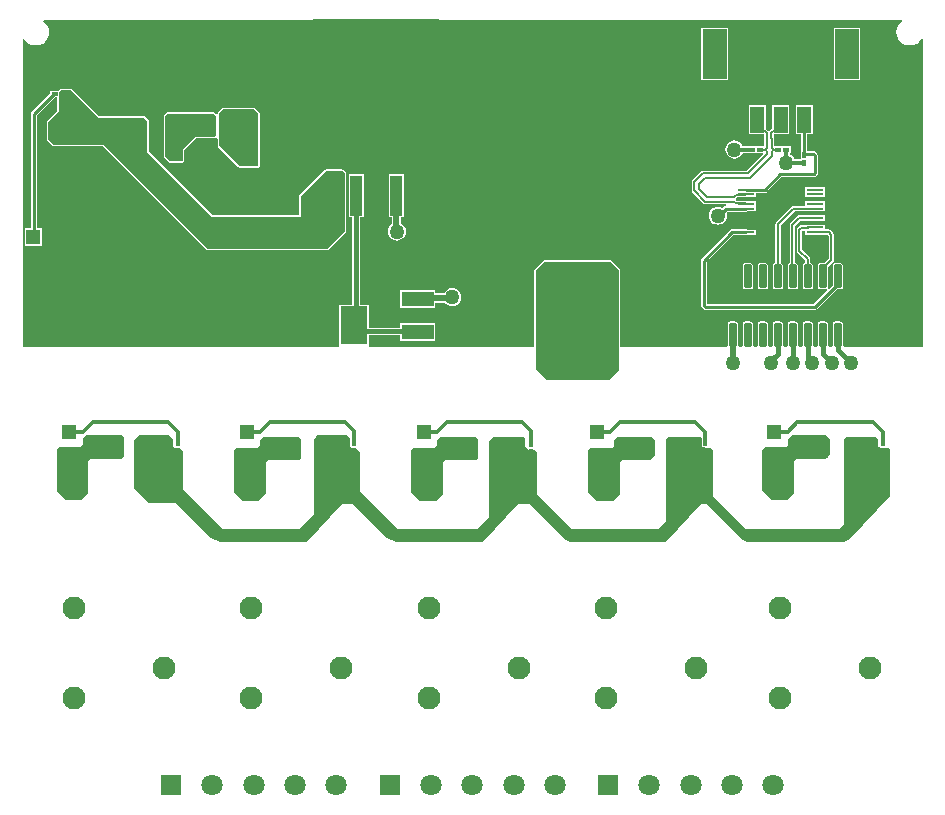
<source format=gtl>
G04*
G04 #@! TF.GenerationSoftware,Altium Limited,Altium Designer,20.0.10 (225)*
G04*
G04 Layer_Physical_Order=1*
G04 Layer_Color=255*
%FSLAX25Y25*%
%MOIN*%
G70*
G01*
G75*
%ADD13C,0.01000*%
%ADD18R,0.04724X0.04724*%
%ADD19R,0.01181X0.01968*%
%ADD20R,0.09843X0.06693*%
%ADD21R,0.10709X0.05118*%
G04:AMPARAMS|DCode=22|XSize=77.56mil|YSize=23.62mil|CornerRadius=2.95mil|HoleSize=0mil|Usage=FLASHONLY|Rotation=270.000|XOffset=0mil|YOffset=0mil|HoleType=Round|Shape=RoundedRectangle|*
%AMROUNDEDRECTD22*
21,1,0.07756,0.01772,0,0,270.0*
21,1,0.07165,0.02362,0,0,270.0*
1,1,0.00591,-0.00886,-0.03583*
1,1,0.00591,-0.00886,0.03583*
1,1,0.00591,0.00886,0.03583*
1,1,0.00591,0.00886,-0.03583*
%
%ADD22ROUNDEDRECTD22*%
%ADD23R,0.05807X0.00787*%
%ADD24R,0.01968X0.01181*%
%ADD25R,0.07874X0.16535*%
%ADD26R,0.04724X0.08661*%
%ADD27R,0.09843X0.29528*%
%ADD28R,0.08858X0.12520*%
%ADD29R,0.03740X0.03347*%
%ADD30R,0.10512X0.10000*%
%ADD31R,0.03000X0.05000*%
%ADD32R,0.02362X0.02362*%
%ADD33R,0.03150X0.02362*%
%ADD34R,0.04921X0.06496*%
%ADD35R,0.04724X0.04724*%
%ADD52R,0.03937X0.13386*%
%ADD53R,0.42126X0.33858*%
%ADD54C,0.00700*%
%ADD55C,0.01500*%
%ADD56C,0.01200*%
%ADD57C,0.00800*%
%ADD58C,0.02000*%
%ADD59R,0.07087X0.07087*%
%ADD60C,0.07087*%
%ADD61C,0.07677*%
%ADD62C,0.06496*%
%ADD63C,0.05000*%
%ADD64C,0.02500*%
G36*
X293753Y280928D02*
X293923Y280429D01*
X293311Y279959D01*
X292600Y279032D01*
X292153Y277953D01*
X292001Y276795D01*
X292153Y275636D01*
X292600Y274557D01*
X293311Y273630D01*
X294238Y272919D01*
X295318Y272472D01*
X296476Y272319D01*
X297634Y272472D01*
X298713Y272919D01*
X299640Y273630D01*
X300352Y274557D01*
X300376Y274616D01*
X300876Y274516D01*
Y171873D01*
X274536D01*
X274137Y172326D01*
Y179491D01*
X274075Y179802D01*
X273900Y180065D01*
X273637Y180241D01*
X273326Y180302D01*
X271555D01*
X271244Y180241D01*
X270981Y180065D01*
X270806Y179802D01*
X270744Y179491D01*
Y172373D01*
X270729Y172310D01*
X270345Y171873D01*
X269536D01*
X269137Y172326D01*
Y179491D01*
X269075Y179802D01*
X268900Y180065D01*
X268637Y180241D01*
X268326Y180302D01*
X266555D01*
X266244Y180241D01*
X265981Y180065D01*
X265806Y179802D01*
X265744Y179491D01*
Y172373D01*
X265729Y172310D01*
X265345Y171873D01*
X264536D01*
X264137Y172326D01*
Y179491D01*
X264075Y179802D01*
X263900Y180065D01*
X263637Y180241D01*
X263326Y180302D01*
X261555D01*
X261244Y180241D01*
X260981Y180065D01*
X260806Y179802D01*
X260744Y179491D01*
Y172373D01*
X260729Y172310D01*
X260345Y171873D01*
X259536D01*
X259137Y172326D01*
Y179491D01*
X259075Y179802D01*
X258900Y180065D01*
X258637Y180241D01*
X258326Y180302D01*
X256555D01*
X256244Y180241D01*
X255981Y180065D01*
X255805Y179802D01*
X255744Y179491D01*
Y172373D01*
X255729Y172310D01*
X255345Y171873D01*
X254536D01*
X254137Y172326D01*
Y179491D01*
X254075Y179802D01*
X253900Y180065D01*
X253637Y180241D01*
X253326Y180302D01*
X251555D01*
X251244Y180241D01*
X250981Y180065D01*
X250805Y179802D01*
X250744Y179491D01*
Y172373D01*
X250729Y172310D01*
X250345Y171873D01*
X249536D01*
X249137Y172326D01*
Y179491D01*
X249075Y179802D01*
X248900Y180065D01*
X248637Y180241D01*
X248326Y180302D01*
X246555D01*
X246244Y180241D01*
X245981Y180065D01*
X245806Y179802D01*
X245744Y179491D01*
Y172373D01*
X245729Y172310D01*
X245345Y171873D01*
X244536D01*
X244137Y172326D01*
Y179491D01*
X244075Y179802D01*
X243900Y180065D01*
X243637Y180241D01*
X243326Y180302D01*
X241555D01*
X241244Y180241D01*
X240981Y180065D01*
X240806Y179802D01*
X240744Y179491D01*
Y172373D01*
X240729Y172310D01*
X240345Y171873D01*
X239536D01*
X239137Y172326D01*
Y179491D01*
X239075Y179802D01*
X238900Y180065D01*
X238637Y180241D01*
X238326Y180302D01*
X236555D01*
X236244Y180241D01*
X235981Y180065D01*
X235806Y179802D01*
X235744Y179491D01*
Y172373D01*
X235729Y172310D01*
X235345Y171873D01*
X199970D01*
Y197464D01*
X199970Y197464D01*
X199811Y197847D01*
X199811Y197847D01*
X197055Y200602D01*
X197055Y200603D01*
X196673Y200761D01*
X196673Y200761D01*
X174626Y200761D01*
X174243Y200603D01*
X171487Y197847D01*
X171487Y197847D01*
X171328Y197464D01*
X171328Y197464D01*
X171328Y171873D01*
X116368D01*
X116169Y172291D01*
X116169Y172373D01*
Y175717D01*
X126547D01*
Y173696D01*
X138255D01*
Y179814D01*
X126547D01*
Y178266D01*
X116169D01*
Y185810D01*
X113183D01*
Y215066D01*
X114377D01*
Y229452D01*
X109441D01*
Y215066D01*
X110635D01*
Y185810D01*
X106310D01*
Y172373D01*
X106111Y171873D01*
X710Y171873D01*
X710Y274581D01*
X1211Y274680D01*
X1262Y274557D01*
X1973Y273630D01*
X2900Y272919D01*
X3979Y272472D01*
X5137Y272319D01*
X6296Y272472D01*
X7375Y272919D01*
X8302Y273630D01*
X9013Y274557D01*
X9460Y275636D01*
X9613Y276795D01*
X9460Y277953D01*
X9013Y279032D01*
X8302Y279959D01*
X7690Y280429D01*
X7860Y280928D01*
X293753Y280928D01*
D02*
G37*
G36*
X196673Y200220D02*
X199429Y197464D01*
Y163999D01*
X196279Y160850D01*
X175413D01*
X171870Y164393D01*
X171870Y197464D01*
X174626Y200220D01*
X196673Y200220D01*
D02*
G37*
G36*
X34468Y141777D02*
X34468Y135267D01*
X33672Y134472D01*
X23480Y134472D01*
X22692Y133684D01*
Y123055D01*
X20330Y120692D01*
X15212Y120692D01*
X12062Y123842D01*
X12062Y137621D01*
X12850Y138409D01*
X19937Y138409D01*
X20724Y139196D01*
X20724Y141165D01*
X21905Y142346D01*
X33899Y142346D01*
X34468Y141777D01*
D02*
G37*
G36*
X269724Y141165D02*
X269724Y136047D01*
X268149Y134472D01*
X258736Y134472D01*
X257948Y133684D01*
Y123055D01*
X255586Y120692D01*
X250468Y120692D01*
X247318Y123842D01*
X247318Y137621D01*
X248106Y138409D01*
X255192Y138409D01*
X255980Y139196D01*
X255980Y141165D01*
X257161Y142346D01*
X268543Y142346D01*
X269724Y141165D01*
D02*
G37*
G36*
X211598Y140771D02*
X211598Y135653D01*
X210023Y134078D01*
X200610Y134078D01*
X199822Y133291D01*
Y122661D01*
X197460Y120299D01*
X192342Y120299D01*
X189192Y123448D01*
X189192Y137228D01*
X189980Y138015D01*
X197066Y138015D01*
X197854Y138803D01*
X197854Y140771D01*
X199035Y141952D01*
X210417Y141952D01*
X211598Y140771D01*
D02*
G37*
G36*
X152543Y141200D02*
X152543Y134830D01*
X151791Y134078D01*
X141555Y134078D01*
X140767Y133291D01*
Y122661D01*
X138405Y120299D01*
X133287Y120299D01*
X130137Y123448D01*
X130137Y137228D01*
X130925Y138015D01*
X138011Y138015D01*
X138799Y138803D01*
X138799Y140771D01*
X139980Y141952D01*
X151791Y141952D01*
X152543Y141200D01*
D02*
G37*
G36*
X93488D02*
X93488Y134830D01*
X92736Y134078D01*
X82499Y134078D01*
X81712Y133291D01*
Y122661D01*
X79350Y120299D01*
X74232Y120299D01*
X71082Y123448D01*
X71082Y137228D01*
X71870Y138015D01*
X78956Y138015D01*
X79744Y138803D01*
X79744Y140771D01*
X80925Y141952D01*
X92736Y141952D01*
X93488Y141200D01*
D02*
G37*
G36*
X51003Y140771D02*
X51003Y138409D01*
X51397Y138015D01*
X53366Y138015D01*
X54153Y137228D01*
X54153Y124629D01*
X67539Y111243D01*
X93129Y111243D01*
X97854Y115968D01*
Y141200D01*
X98641Y141952D01*
X99035Y142346D01*
X108878D01*
X110023Y141200D01*
Y140377D01*
Y138444D01*
X110149Y138318D01*
Y138303D01*
X110165D01*
X110452Y138015D01*
X112027Y138015D01*
X112814Y137192D01*
X113173Y136834D01*
X113173Y123877D01*
X125806Y111243D01*
X152184Y111243D01*
X156086Y115145D01*
X156086Y140377D01*
X157661Y141952D01*
X167503Y141952D01*
X167897D01*
X168326Y141523D01*
Y141129D01*
X168326Y138767D01*
X169472Y137621D01*
X171440Y137621D01*
X172228Y136834D01*
X172228Y122696D01*
X183681Y111243D01*
X212421D01*
X215141Y113964D01*
X215141Y140377D01*
X215177Y140413D01*
Y141165D01*
X215964Y141952D01*
X216716Y141952D01*
X226558D01*
X227057Y141454D01*
Y139834D01*
X227047Y139787D01*
X227078Y139631D01*
Y138303D01*
X228240D01*
X228527Y138015D01*
X230137Y138015D01*
X230889Y137228D01*
X230925Y137192D01*
X230925Y122267D01*
X241948Y111243D01*
X273051Y111244D01*
X274625Y112818D01*
X274625Y141165D01*
X275413Y141952D01*
X285255Y141952D01*
X286007Y141200D01*
Y138842D01*
X286334Y138515D01*
Y138303D01*
X286547D01*
X286834Y138015D01*
X289586D01*
X289944Y137657D01*
X289944Y123055D01*
Y122267D01*
X276450Y107808D01*
X274388Y106913D01*
X242258Y106913D01*
X240997Y107435D01*
X228921Y119511D01*
X227017D01*
X215259Y106913D01*
X183238Y106913D01*
X181917Y107460D01*
X169866Y119511D01*
X165885Y119511D01*
X154127Y106913D01*
X125134Y106913D01*
X122189Y108132D01*
X110810Y119511D01*
X107303Y119511D01*
X95544Y106913D01*
X66684Y106913D01*
X63439Y108257D01*
X51791Y119905D01*
X42736D01*
X38011Y124629D01*
X38011Y140771D01*
X39586Y142346D01*
X49429D01*
X51003Y140771D01*
D02*
G37*
%LPC*%
G36*
X279925Y278208D02*
X271051D01*
Y260673D01*
X279925D01*
Y278208D01*
D02*
G37*
G36*
X235830D02*
X226956D01*
Y260673D01*
X235830D01*
Y278208D01*
D02*
G37*
G36*
X16751Y257848D02*
X16751Y257848D01*
X13602D01*
X13602Y257848D01*
X13219Y257689D01*
X12746Y257216D01*
X9952D01*
Y256477D01*
X3826Y250350D01*
X3605Y250020D01*
X3527Y249629D01*
Y211350D01*
X1488D01*
Y205625D01*
X7212D01*
Y211350D01*
X5566D01*
Y249207D01*
X11394Y255035D01*
X12206D01*
X12273Y254935D01*
Y250444D01*
X8889Y247059D01*
X8730Y246676D01*
X8730Y246676D01*
Y241165D01*
X8730Y241165D01*
X8889Y240782D01*
X10857Y238813D01*
X11240Y238655D01*
X11240Y238655D01*
X27551Y238655D01*
X62038Y204168D01*
X62421Y204009D01*
X62421Y204009D01*
X102185Y204009D01*
X102567Y204168D01*
X102567Y204168D01*
X108473Y210073D01*
X108631Y210456D01*
X108631Y210456D01*
X108631Y229747D01*
X108473Y230130D01*
X107685Y230917D01*
X107685Y230918D01*
X107303Y231076D01*
X107303Y231076D01*
X101791Y231076D01*
X101408Y230918D01*
X101408Y230918D01*
X93140Y222650D01*
X92982Y222267D01*
X92982Y222267D01*
X92982Y215722D01*
X64220Y215722D01*
X42883Y237058D01*
Y247070D01*
X42725Y247453D01*
X42725Y247453D01*
X41544Y248634D01*
X41544Y248634D01*
X41161Y248793D01*
X41161Y248793D01*
X26031Y248793D01*
X17134Y257689D01*
X16751Y257848D01*
D02*
G37*
G36*
X77775Y251548D02*
X77775Y251548D01*
X67539D01*
X67156Y251390D01*
X67156Y251390D01*
X65975Y250209D01*
X65975Y250209D01*
X65816Y249826D01*
X65696Y249563D01*
X65158Y249429D01*
X64772Y249815D01*
X64389Y249974D01*
X64389Y249974D01*
X49035Y249974D01*
X49035Y249974D01*
X48652Y249815D01*
Y249815D01*
X47865Y249028D01*
X47865Y249028D01*
X47706Y248645D01*
X47706Y248645D01*
Y235259D01*
X47865Y234876D01*
X47865Y234876D01*
X49440Y233302D01*
X49822Y233143D01*
X49822Y233143D01*
X53759D01*
X53759Y233143D01*
X54142Y233302D01*
X54142Y233302D01*
X54536Y233695D01*
X54694Y234078D01*
X54694Y234078D01*
Y237397D01*
X58708Y241411D01*
X64783D01*
X64783Y241411D01*
X65166Y241569D01*
X65343Y241577D01*
X65817Y241168D01*
Y238803D01*
X65816Y238803D01*
X65975Y238420D01*
X65975Y238420D01*
X72668Y231727D01*
X73051Y231568D01*
X73051Y231568D01*
X79350D01*
X79733Y231727D01*
X79891Y232110D01*
Y249432D01*
X79891Y249432D01*
X79733Y249815D01*
X79733Y249815D01*
X78158Y251390D01*
X77775Y251548D01*
D02*
G37*
G36*
X264177Y252303D02*
X258452D01*
Y242641D01*
X260220D01*
Y237334D01*
X260149D01*
Y234314D01*
X258157D01*
X257955Y234804D01*
X257474Y235430D01*
X256847Y235911D01*
X256558Y236031D01*
X256658Y236531D01*
X256818D01*
Y238712D01*
X255490D01*
X255334Y238743D01*
X255178Y238712D01*
X251291D01*
Y241468D01*
X251225Y241800D01*
X251169Y241883D01*
Y242641D01*
X256303D01*
Y252303D01*
X250578D01*
Y244467D01*
X250332Y244302D01*
X249827Y243798D01*
X249503Y243710D01*
X249180Y243798D01*
X248675Y244302D01*
X248429Y244467D01*
Y252303D01*
X242704D01*
Y242641D01*
X247838D01*
Y240929D01*
X247904Y240597D01*
X247960Y240513D01*
Y238712D01*
X244073D01*
X243917Y238743D01*
X240794D01*
X240632Y239134D01*
X240151Y239761D01*
X239524Y240242D01*
X238794Y240544D01*
X238011Y240647D01*
X237228Y240544D01*
X236498Y240242D01*
X235872Y239761D01*
X235391Y239134D01*
X235088Y238405D01*
X234985Y237621D01*
X235088Y236838D01*
X235391Y236108D01*
X235872Y235482D01*
X236498Y235001D01*
X237228Y234699D01*
X238011Y234595D01*
X238794Y234699D01*
X239524Y235001D01*
X240151Y235482D01*
X240632Y236108D01*
X240794Y236500D01*
X243917D01*
X244073Y236531D01*
X247396D01*
X247603Y236031D01*
X242186Y230614D01*
X227507D01*
X227176Y230548D01*
X226894Y230360D01*
X223990Y227456D01*
X223802Y227175D01*
X223737Y226843D01*
Y223968D01*
X223802Y223636D01*
X223990Y223355D01*
X227671Y219675D01*
X227952Y219487D01*
X228284Y219421D01*
X235073D01*
X235123Y218921D01*
X234910Y218878D01*
X234579Y218657D01*
X234071Y218150D01*
X234012Y218195D01*
X233283Y218497D01*
X232500Y218600D01*
X231716Y218497D01*
X230986Y218195D01*
X230360Y217714D01*
X229879Y217087D01*
X229577Y216357D01*
X229474Y215574D01*
X229577Y214791D01*
X229879Y214061D01*
X230360Y213435D01*
X230986Y212954D01*
X231716Y212651D01*
X232500Y212548D01*
X233283Y212651D01*
X234012Y212954D01*
X234639Y213435D01*
X235120Y214061D01*
X235422Y214791D01*
X235525Y215574D01*
X235422Y216357D01*
X235346Y216541D01*
X235722Y216917D01*
X241799D01*
X242189Y216994D01*
X242261Y217043D01*
X245202D01*
Y220405D01*
X242057D01*
X241998Y220444D01*
X241666Y220510D01*
X238820D01*
X238568Y220762D01*
X238480Y221086D01*
X238568Y221410D01*
X238820Y221662D01*
X241666D01*
X241998Y221727D01*
X242057Y221767D01*
X245202D01*
Y223216D01*
X248051D01*
X248441Y223294D01*
X248772Y223515D01*
X253591Y228334D01*
X264394D01*
X264784Y228412D01*
X265115Y228633D01*
X265701Y229219D01*
X265922Y229549D01*
X265999Y229940D01*
Y235461D01*
X265922Y235851D01*
X265701Y236182D01*
X265115Y236768D01*
X264784Y236989D01*
X264394Y237066D01*
X262330D01*
Y237334D01*
X262259D01*
Y242641D01*
X264177D01*
Y252303D01*
D02*
G37*
G36*
X268336Y225129D02*
X261529D01*
Y221767D01*
X268336D01*
Y223342D01*
Y225129D01*
D02*
G37*
G36*
X127763Y229452D02*
X122826D01*
Y215066D01*
X123824D01*
Y212761D01*
X123352Y212399D01*
X122871Y211772D01*
X122569Y211042D01*
X122466Y210259D01*
X122569Y209476D01*
X122871Y208746D01*
X123352Y208120D01*
X123979Y207639D01*
X124708Y207336D01*
X125492Y207233D01*
X126275Y207336D01*
X127005Y207639D01*
X127631Y208120D01*
X128112Y208746D01*
X128414Y209476D01*
X128517Y210259D01*
X128414Y211042D01*
X128112Y211772D01*
X127631Y212399D01*
X127005Y212880D01*
X126883Y212930D01*
Y215066D01*
X127763D01*
Y229452D01*
D02*
G37*
G36*
X264933Y215704D02*
X259665D01*
X259314Y215634D01*
X259016Y215436D01*
X256654Y213073D01*
X256455Y212776D01*
X256385Y212424D01*
Y199757D01*
X256244Y199729D01*
X255981Y199553D01*
X255805Y199290D01*
X255744Y198980D01*
Y191814D01*
X255805Y191504D01*
X255981Y191241D01*
X256244Y191065D01*
X256555Y191003D01*
X258326D01*
X258637Y191065D01*
X258900Y191241D01*
X259075Y191504D01*
X259137Y191814D01*
Y198980D01*
X259075Y199290D01*
X258900Y199553D01*
X258637Y199729D01*
X258326Y199791D01*
X258220D01*
Y212045D01*
X260045Y213869D01*
X264933D01*
X265053Y213893D01*
X268336D01*
Y215681D01*
X265053D01*
X264933Y215704D01*
D02*
G37*
G36*
X268336Y220405D02*
X261529D01*
Y218854D01*
X257696D01*
X257345Y218784D01*
X257048Y218585D01*
X251929Y213467D01*
X251730Y213169D01*
X251661Y212818D01*
Y199791D01*
X251555D01*
X251244Y199729D01*
X250981Y199553D01*
X250805Y199290D01*
X250744Y198980D01*
Y191814D01*
X250805Y191504D01*
X250981Y191241D01*
X251244Y191065D01*
X251555Y191003D01*
X253326D01*
X253637Y191065D01*
X253900Y191241D01*
X254075Y191504D01*
X254137Y191814D01*
Y198980D01*
X254075Y199290D01*
X253900Y199553D01*
X253637Y199729D01*
X253496Y199757D01*
Y212438D01*
X258076Y217019D01*
X264933D01*
X265053Y217043D01*
X268336D01*
Y218618D01*
Y220405D01*
D02*
G37*
G36*
X248326Y199791D02*
X246555D01*
X246244Y199729D01*
X245981Y199553D01*
X245806Y199290D01*
X245744Y198980D01*
Y191814D01*
X245806Y191504D01*
X245981Y191241D01*
X246244Y191065D01*
X246555Y191003D01*
X248326D01*
X248637Y191065D01*
X248900Y191241D01*
X249075Y191504D01*
X249137Y191814D01*
Y198980D01*
X249075Y199290D01*
X248900Y199553D01*
X248637Y199729D01*
X248326Y199791D01*
D02*
G37*
G36*
X243326D02*
X241555D01*
X241244Y199729D01*
X240981Y199553D01*
X240806Y199290D01*
X240744Y198980D01*
Y191814D01*
X240806Y191504D01*
X240981Y191241D01*
X241244Y191065D01*
X241555Y191003D01*
X243326D01*
X243637Y191065D01*
X243900Y191241D01*
X244075Y191504D01*
X244137Y191814D01*
Y198980D01*
X244075Y199290D01*
X243900Y199553D01*
X243637Y199729D01*
X243326Y199791D01*
D02*
G37*
G36*
X143917Y191435D02*
X143134Y191332D01*
X142404Y191029D01*
X141777Y190548D01*
X141296Y189922D01*
X141189Y189663D01*
X138255D01*
Y190917D01*
X126547D01*
Y184799D01*
X138255D01*
Y186604D01*
X141520D01*
X141777Y186269D01*
X142404Y185788D01*
X143134Y185486D01*
X143917Y185383D01*
X144700Y185486D01*
X145430Y185788D01*
X146056Y186269D01*
X146537Y186896D01*
X146840Y187626D01*
X146943Y188409D01*
X146840Y189192D01*
X146537Y189922D01*
X146056Y190548D01*
X145430Y191029D01*
X144700Y191332D01*
X143917Y191435D01*
D02*
G37*
G36*
X264933Y212555D02*
X262635D01*
X262515Y212531D01*
X261529D01*
Y212449D01*
X260251D01*
X259899Y212379D01*
X259602Y212180D01*
X259016Y211594D01*
X258817Y211296D01*
X258747Y210945D01*
Y203948D01*
X258817Y203597D01*
X259016Y203299D01*
X261523Y200793D01*
Y199784D01*
X261244Y199729D01*
X260981Y199553D01*
X260806Y199290D01*
X260744Y198980D01*
Y191814D01*
X260806Y191504D01*
X260981Y191241D01*
X261244Y191065D01*
X261555Y191003D01*
X263326D01*
X263637Y191065D01*
X263900Y191241D01*
X264075Y191504D01*
X264137Y191814D01*
Y198980D01*
X264075Y199290D01*
X263900Y199553D01*
X263637Y199729D01*
X263358Y199784D01*
Y201173D01*
X263288Y201524D01*
X263089Y201821D01*
X260582Y204328D01*
Y210565D01*
X260631Y210613D01*
X261529D01*
Y209169D01*
X264812D01*
X264933Y209145D01*
X269127D01*
X269377Y208895D01*
Y201316D01*
X267852Y199791D01*
X266555D01*
X266244Y199729D01*
X265981Y199553D01*
X265806Y199290D01*
X265744Y198980D01*
Y191814D01*
X265806Y191504D01*
X265981Y191241D01*
X266244Y191065D01*
X266555Y191003D01*
X268326D01*
X268637Y191065D01*
X268694Y191103D01*
X268696Y191105D01*
X268748Y191042D01*
X268748D01*
X268772Y191013D01*
X269015Y190717D01*
X264577Y186279D01*
X228795D01*
Y200191D01*
X237646Y209043D01*
X241799D01*
X242189Y209120D01*
X242261Y209169D01*
X245202D01*
Y210956D01*
X242261D01*
X242189Y211004D01*
X241799Y211082D01*
X237224D01*
X236834Y211004D01*
X236503Y210783D01*
X227054Y201335D01*
X226833Y201004D01*
X226755Y200613D01*
Y185845D01*
X226833Y185455D01*
X227054Y185124D01*
X227640Y184538D01*
X227971Y184317D01*
X228361Y184240D01*
X265000D01*
X265390Y184317D01*
X265721Y184538D01*
X272186Y191003D01*
X273326D01*
X273637Y191065D01*
X273900Y191241D01*
X274075Y191504D01*
X274137Y191814D01*
Y198980D01*
X274075Y199290D01*
X273900Y199553D01*
X273637Y199729D01*
X273326Y199791D01*
X271555D01*
X271244Y199729D01*
X270981Y199553D01*
X270806Y199290D01*
X270744Y198980D01*
Y192445D01*
X269424Y191125D01*
X269035Y191444D01*
X269037Y191447D01*
X269075Y191504D01*
X269137Y191814D01*
Y198480D01*
X270944Y200287D01*
X271143Y200584D01*
X271212Y200936D01*
Y209275D01*
X271143Y209626D01*
X270944Y209924D01*
X270156Y210711D01*
X269859Y210910D01*
X269507Y210980D01*
X268336D01*
Y212531D01*
X265053D01*
X264933Y212555D01*
D02*
G37*
%LPD*%
G36*
X25807Y248251D02*
X41161Y248251D01*
X42342Y247070D01*
Y236834D01*
X63996Y215180D01*
X93523Y215180D01*
X93523Y222267D01*
X101791Y230535D01*
X107303Y230535D01*
X108090Y229747D01*
X108090Y210456D01*
X102185Y204551D01*
X62421Y204551D01*
X27775Y239196D01*
X11240Y239196D01*
X9271Y241165D01*
Y246676D01*
X12814Y250220D01*
Y254935D01*
X13021D01*
Y256725D01*
X13602Y257306D01*
X16751D01*
X25807Y248251D01*
D02*
G37*
G36*
X64389Y249432D02*
X65177Y248645D01*
Y242346D01*
X64783Y241952D01*
X58484D01*
X54259Y237728D01*
X54244D01*
Y237712D01*
X54153Y237621D01*
Y234078D01*
X53759Y233684D01*
X49822D01*
X48248Y235259D01*
Y248645D01*
X49035Y249432D01*
X64389Y249432D01*
D02*
G37*
G36*
X79350Y249432D02*
Y232110D01*
X73051D01*
X66358Y238803D01*
Y249826D01*
X67539Y251007D01*
X77775D01*
X79350Y249432D01*
D02*
G37*
D13*
X235300Y217936D02*
X241799D01*
X232937Y215574D02*
X235300Y217936D01*
X232500Y215574D02*
X232937D01*
X11043Y256125D02*
X11436D01*
X4547Y249629D02*
X11043Y256125D01*
X4350Y208488D02*
X4547Y208684D01*
Y249629D01*
X248051Y224236D02*
X253169Y229354D01*
X264394D01*
X264980Y229940D01*
Y235461D01*
X241799Y224236D02*
X248051D01*
X261240Y236047D02*
Y247397D01*
Y235850D02*
Y235956D01*
X261330Y236047D01*
X264394D02*
X264980Y235461D01*
X261330Y236047D02*
X264394D01*
X227775Y185845D02*
Y200613D01*
X237224Y210062D02*
X241799D01*
X227775Y200613D02*
X237224Y210062D01*
X272441Y192700D02*
Y195397D01*
X265000Y185259D02*
X272441Y192700D01*
X228361Y185259D02*
X265000D01*
X227775Y185845D02*
X228361Y185259D01*
X261240Y247397D02*
X261315Y247472D01*
D18*
X16358Y143330D02*
D03*
Y135062D02*
D03*
X75401Y143330D02*
D03*
Y135062D02*
D03*
X134381D02*
D03*
Y143330D02*
D03*
X251169Y143330D02*
D03*
Y135062D02*
D03*
X192043Y143330D02*
D03*
Y135062D02*
D03*
D19*
X111240Y139787D02*
D03*
Y137031D02*
D03*
X170295Y139393D02*
D03*
Y136637D02*
D03*
X228169Y139787D02*
D03*
Y137031D02*
D03*
X287425Y139787D02*
D03*
Y137031D02*
D03*
X52578Y139787D02*
D03*
Y137031D02*
D03*
X261240Y235850D02*
D03*
Y233094D02*
D03*
D20*
X88177Y138050D02*
D03*
X103925D02*
D03*
X204775D02*
D03*
X220523D02*
D03*
X146870Y137657D02*
D03*
X162618D02*
D03*
X264051Y138050D02*
D03*
X279799D02*
D03*
X29188D02*
D03*
X44936D02*
D03*
D21*
X132401Y187858D02*
D03*
Y176755D02*
D03*
D22*
X272441Y175909D02*
D03*
X267441D02*
D03*
X262440D02*
D03*
X257440D02*
D03*
X252441D02*
D03*
X247441D02*
D03*
X242441D02*
D03*
X237440D02*
D03*
Y195397D02*
D03*
X242441D02*
D03*
X247441D02*
D03*
X252441D02*
D03*
X257440D02*
D03*
X262440D02*
D03*
X267441D02*
D03*
X272441D02*
D03*
D23*
X241799Y224236D02*
D03*
Y222661D02*
D03*
Y221086D02*
D03*
Y219511D02*
D03*
Y217936D02*
D03*
Y216361D02*
D03*
Y214787D02*
D03*
Y213212D02*
D03*
Y211637D02*
D03*
Y210062D02*
D03*
X264933D02*
D03*
Y211637D02*
D03*
Y213212D02*
D03*
Y214787D02*
D03*
Y216361D02*
D03*
Y217936D02*
D03*
Y219511D02*
D03*
Y221086D02*
D03*
Y222661D02*
D03*
Y224236D02*
D03*
D24*
X255334Y237621D02*
D03*
X252578D02*
D03*
X243917D02*
D03*
X246673D02*
D03*
X14192Y256125D02*
D03*
X11436D02*
D03*
D25*
X275488Y269440D02*
D03*
X231393D02*
D03*
D26*
X245566Y247472D02*
D03*
X253440D02*
D03*
X261315D02*
D03*
D27*
X184755Y233200D02*
D03*
Y180051D02*
D03*
D28*
X111240Y179051D02*
D03*
X84035D02*
D03*
D29*
X81614Y207110D02*
D03*
Y201992D02*
D03*
X89811Y207232D02*
D03*
Y202114D02*
D03*
X97811Y207232D02*
D03*
Y202114D02*
D03*
D30*
X72257Y244708D02*
D03*
D31*
X63002D02*
D03*
D32*
X76988Y225417D02*
D03*
Y234078D02*
D03*
D33*
X51988Y236047D02*
D03*
X56318D02*
D03*
D34*
X38011Y244905D02*
D03*
X51594D02*
D03*
D35*
X4350Y208488D02*
D03*
X12618D02*
D03*
D52*
X105216Y222259D02*
D03*
X111909D02*
D03*
X118602D02*
D03*
X125295D02*
D03*
X131988D02*
D03*
D53*
X118602Y263991D02*
D03*
D54*
X238461Y222528D02*
X241666D01*
X237817Y221884D02*
X238461Y222528D01*
X241666D02*
X241799Y222661D01*
X228945Y221884D02*
X237817D01*
X238461Y219644D02*
X241666D01*
X241799Y219511D01*
X237817Y220287D02*
X238461Y219644D01*
X242545Y229747D02*
X248827Y236029D01*
X228169Y228150D02*
X243207D01*
X250424Y235367D02*
Y236979D01*
X227507Y229747D02*
X242545D01*
X248827Y236029D02*
Y236979D01*
X243207Y228150D02*
X250424Y235367D01*
X226200Y224629D02*
Y226182D01*
X224603Y226843D02*
X227507Y229747D01*
X226200Y226182D02*
X228169Y228150D01*
X224603Y223968D02*
Y226843D01*
X228284Y220287D02*
X237817D01*
X226200Y224629D02*
X228945Y221884D01*
X224603Y223968D02*
X228284Y220287D01*
X248705Y240929D02*
Y243047D01*
Y240929D02*
X248827Y240806D01*
X247380Y243690D02*
X248062D01*
X248705Y243047D01*
X248827Y238264D02*
Y240806D01*
X248184Y237621D02*
X248827Y238264D01*
X245566Y245503D02*
X247380Y243690D01*
X245566Y245503D02*
Y247472D01*
X253440Y245503D02*
Y247472D01*
X251627Y243690D02*
X253440Y245503D01*
X250945Y243690D02*
X251627D01*
X250302Y243047D02*
X250945Y243690D01*
X250302Y241590D02*
X250424Y241468D01*
X250302Y241590D02*
Y243047D01*
X250424Y238264D02*
Y241468D01*
Y238264D02*
X251067Y237621D01*
X250424Y236979D02*
X251067Y237621D01*
X252578D01*
X246673D02*
X248184D01*
X248827Y236979D01*
D55*
X272475Y170875D02*
X276988Y166362D01*
X272441Y175909D02*
X272475Y175875D01*
Y170875D02*
Y175875D01*
X267441Y169610D02*
X270689Y166362D01*
X267441Y169610D02*
Y175909D01*
X262440Y168864D02*
X263996Y167309D01*
X262440Y168864D02*
Y175909D01*
X263996Y166362D02*
Y167309D01*
X257440Y175909D02*
X257568Y175781D01*
Y166490D02*
Y175781D01*
Y166490D02*
X257696Y166362D01*
X250216Y167309D02*
X252441Y169533D01*
Y175909D01*
X250216Y166362D02*
Y167309D01*
X250860Y135454D02*
X261454D01*
X111240Y179051D02*
X113299Y176991D01*
X132165D02*
X132401Y176755D01*
X113299Y176991D02*
X132165D01*
X111909Y179720D02*
Y222259D01*
X111240Y179051D02*
X111909Y179720D01*
X249878Y134472D02*
X250860Y135454D01*
X261454D02*
X264051Y138050D01*
D56*
X251169Y143330D02*
X251366Y143527D01*
X255728D02*
X258877Y146677D01*
X251366Y143527D02*
X255728D01*
X192043Y143330D02*
X196405D01*
X199751Y146677D01*
X138941Y143527D02*
X142090Y146677D01*
X134381Y143330D02*
X134578Y143527D01*
X138941D01*
X49263Y146677D02*
X52578Y143361D01*
Y139787D02*
Y143361D01*
X20720Y143330D02*
X24066Y146677D01*
X16358Y143330D02*
X20720D01*
X79763D02*
X83110Y146677D01*
X75401Y143330D02*
X79763D01*
X224948Y146677D02*
X228178Y143447D01*
X228169Y139787D02*
X228178Y139796D01*
Y143447D01*
X238011Y237621D02*
X243917D01*
X261240Y233094D02*
Y233183D01*
X261230Y233192D02*
X261240Y233183D01*
X255433Y233192D02*
X261230D01*
X255334Y233291D02*
X255433Y233192D01*
X255334Y233291D02*
Y237621D01*
X258877Y146677D02*
X284074D01*
X287425Y143326D01*
Y139787D02*
Y143326D01*
X51594Y244905D02*
X52184Y244314D01*
X24066Y146677D02*
X49263D01*
X108307D02*
X111240Y143743D01*
Y139787D02*
Y143743D01*
X83110Y146677D02*
X108307D01*
X167287D02*
X170295Y143669D01*
X170295Y139393D02*
X170295Y139393D01*
Y143669D01*
X142090Y146677D02*
X167287D01*
X199751Y146677D02*
X224948D01*
D57*
X252441Y195397D02*
X252578Y195535D01*
Y212818D01*
X257696Y217936D01*
X267441Y195397D02*
Y198094D01*
X262440Y195397D02*
Y201173D01*
X262529Y211531D02*
X262635Y211637D01*
X257696Y217936D02*
X264933D01*
Y210062D02*
X269507D01*
X257303Y195535D02*
X257440Y195397D01*
X259665Y203948D02*
X262440Y201173D01*
X262635Y211637D02*
X264933D01*
X270295Y200936D02*
Y209275D01*
X269507Y210062D02*
X270295Y209275D01*
X257303Y212424D02*
X259665Y214787D01*
X257303Y195535D02*
Y212424D01*
X267441Y198094D02*
X268122Y198775D01*
X259665Y210945D02*
X260251Y211531D01*
X268122Y198775D02*
X268134D01*
X270295Y200936D01*
X259665Y214787D02*
X264933D01*
X259665Y203948D02*
Y210945D01*
X260251Y211531D02*
X262529D01*
D58*
X237440Y175909D02*
X237529Y175820D01*
Y167237D02*
Y175820D01*
Y167237D02*
X237618Y167149D01*
X125354Y210121D02*
Y222200D01*
Y210121D02*
X125413Y210062D01*
X132677Y188133D02*
X143641D01*
X143917Y188409D01*
X132401Y187858D02*
X132677Y188133D01*
X125295Y222259D02*
X125354Y222200D01*
D59*
X195885Y25810D02*
D03*
X123051D02*
D03*
X50216D02*
D03*
D60*
X209665D02*
D03*
X223444D02*
D03*
X237224D02*
D03*
X251003D02*
D03*
X136830D02*
D03*
X150610D02*
D03*
X164389D02*
D03*
X178169D02*
D03*
X63996D02*
D03*
X77775D02*
D03*
X91555D02*
D03*
X105334D02*
D03*
D61*
X283224Y124944D02*
D03*
Y64944D02*
D03*
X253224Y54944D02*
D03*
Y84944D02*
D03*
Y124944D02*
D03*
X225098D02*
D03*
Y64944D02*
D03*
X195098Y54944D02*
D03*
Y84944D02*
D03*
Y124944D02*
D03*
X166043D02*
D03*
Y64944D02*
D03*
X136043Y54944D02*
D03*
Y84944D02*
D03*
Y124944D02*
D03*
X106988D02*
D03*
Y64944D02*
D03*
X76988Y54944D02*
D03*
Y84944D02*
D03*
Y124944D02*
D03*
X47968D02*
D03*
Y64944D02*
D03*
X17968Y54944D02*
D03*
Y84944D02*
D03*
Y124944D02*
D03*
D62*
X13602Y244984D02*
D03*
Y234984D02*
D03*
D63*
X250216Y166362D02*
D03*
X257696D02*
D03*
X276988D02*
D03*
X270689D02*
D03*
X263996D02*
D03*
X237618D02*
D03*
X97204Y220436D02*
D03*
X101535Y212169D02*
D03*
X86181D02*
D03*
X70826D02*
D03*
X125492Y210259D02*
D03*
X143917Y188409D02*
D03*
X232500Y215574D02*
D03*
X238011Y237621D02*
D03*
X255334Y233291D02*
D03*
D64*
X194704Y177385D02*
D03*
X180925Y164787D02*
D03*
X189980D02*
D03*
Y197858D02*
D03*
X180925D02*
D03*
X176594Y189196D02*
D03*
Y181322D02*
D03*
X194704Y185259D02*
D03*
X176594Y177385D02*
D03*
Y185259D02*
D03*
X194704Y181322D02*
D03*
Y189196D02*
D03*
M02*

</source>
